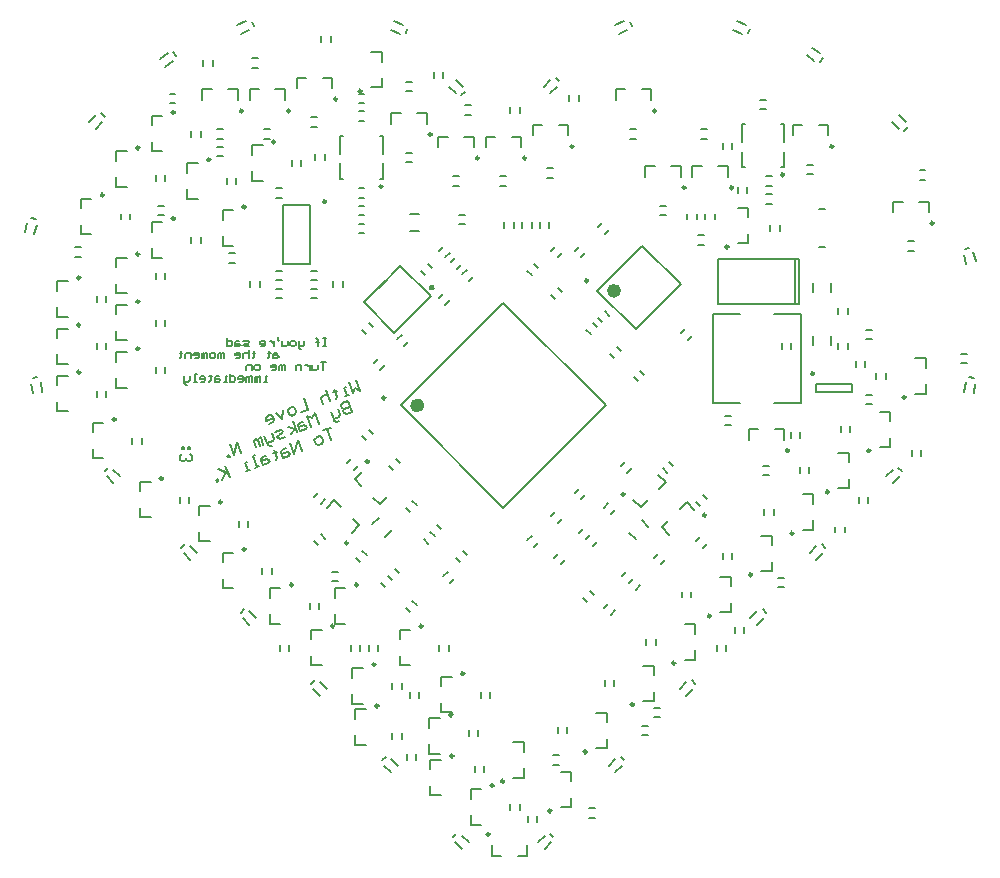
<source format=gbo>
G04 Layer_Color=32896*
%FSLAX44Y44*%
%MOMM*%
G71*
G01*
G75*
%ADD15C,0.2000*%
%ADD29C,0.1500*%
%ADD70C,0.6000*%
%ADD117C,0.3500*%
%ADD118C,0.2500*%
D15*
X1801756Y1410366D02*
X1800366Y1418245D01*
X1809634Y1411755D02*
X1808245Y1419634D01*
X1805493Y1423718D02*
X1801554Y1423024D01*
X1822350Y1425170D02*
X1831350D01*
X1822350D02*
Y1417170D01*
Y1403170D02*
Y1395170D01*
X1831350D01*
X1852350Y1363170D02*
Y1355170D01*
X1861350D01*
X1862575Y1344596D02*
X1865404Y1347425D01*
X1870000Y1345657D02*
X1875657Y1340000D01*
X1870000Y1334343D02*
X1864343Y1340000D01*
X1892350Y1335170D02*
X1901350D01*
X1926000Y1322500D02*
Y1317500D01*
X1934000D02*
Y1322500D01*
X1942350Y1315170D02*
X1951350D01*
X1957298Y1335280D02*
X1958864Y1335849D01*
X1958294Y1337415D01*
X1956729Y1336845D01*
X1957298Y1335280D01*
X1961995Y1336989D02*
X1964983Y1343396D01*
X1958576Y1346383D01*
X1967118Y1342400D01*
X1968258Y1339268D01*
X1964839Y1348663D01*
X1967101Y1356070D02*
X1968667Y1356640D01*
X1968097Y1358206D01*
X1966532Y1357636D01*
X1967101Y1356070D01*
X1971798Y1357780D02*
X1968379Y1367173D01*
X1974642Y1369453D02*
X1971798Y1357780D01*
X1978061Y1360059D02*
X1974642Y1369453D01*
X1988877Y1369315D02*
X1990586Y1364618D01*
X1993717Y1365757D02*
X1992008Y1370454D01*
X1993717Y1365757D01*
X1995726Y1356358D02*
X1994730Y1354223D01*
X1996440Y1349526D01*
X2001137Y1351235D01*
X2002132Y1353371D01*
X1999997Y1354367D01*
X1995300Y1352657D01*
X1995726Y1356358D02*
X1998857Y1357498D01*
X2005120Y1359777D02*
X2006685Y1360347D01*
X2008251Y1360917D01*
X2005120Y1359777D01*
X2006685Y1360347D02*
X2008395Y1355650D01*
X2007399Y1353515D01*
X2006685Y1360347D02*
X2006116Y1361913D01*
X2004251Y1366045D02*
X2002686Y1365475D01*
X2000550Y1366471D01*
X1999980Y1368037D01*
X1997701Y1374299D01*
X2003963Y1376579D02*
X2005673Y1371882D01*
X2004677Y1369746D01*
X1999980Y1368037D01*
X2008804Y1373022D02*
X2009800Y1375157D01*
X2012931Y1376297D01*
X2013927Y1378432D01*
X2011792Y1379428D01*
X2007095Y1377719D01*
X2008804Y1373022D02*
X2010940Y1372026D01*
X2015637Y1373735D01*
X2020334Y1375445D02*
X2023891Y1380286D01*
X2018054Y1381707D01*
X2021611Y1386548D02*
X2025031Y1377155D01*
X2028162Y1378294D02*
X2032859Y1380004D01*
X2033855Y1382139D01*
X2031719Y1383135D01*
X2027022Y1381425D01*
X2026452Y1382991D02*
X2028162Y1378294D01*
X2026452Y1382991D02*
X2027448Y1385127D01*
X2030579Y1386266D01*
X2034137Y1391107D02*
X2037556Y1381713D01*
X2038408Y1389116D02*
X2034137Y1391107D01*
X2034912Y1396544D02*
X2028649Y1394265D01*
X2024948Y1394691D02*
X2023952Y1392555D01*
X2020821Y1391416D01*
X2018685Y1392411D01*
X2017546Y1395543D01*
X2018542Y1397678D01*
X2021673Y1398818D01*
X2023808Y1397822D01*
X2024948Y1394691D01*
X2034912Y1396544D02*
X2031493Y1405938D01*
X2045728Y1405800D02*
X2047437Y1401103D01*
X2045728Y1405800D02*
X2046723Y1407935D01*
X2049855Y1409075D01*
X2051990Y1408079D01*
X2053700Y1403382D01*
X2050280Y1412776D01*
X2056117Y1411355D02*
X2057683Y1411924D01*
X2059249Y1412494D01*
X2056117Y1411355D01*
X2057683Y1411924D02*
X2059392Y1407227D01*
X2058397Y1405092D01*
X2057683Y1411924D02*
X2057113Y1413490D01*
X2065511Y1414774D02*
X2067077Y1415343D01*
X2065511Y1414774D02*
X2067791Y1408511D01*
X2066225Y1407941D01*
X2069356Y1409081D01*
X2072487Y1410221D02*
X2069068Y1419615D01*
X2075331Y1421894D02*
X2078750Y1412500D01*
X2074479Y1414492D01*
X2072487Y1410221D01*
X2068581Y1403644D02*
X2072000Y1394250D01*
X2067303Y1392540D01*
X2065168Y1393536D01*
X2064598Y1395102D01*
X2065594Y1397237D01*
X2070291Y1398947D01*
X2065594Y1397237D01*
X2063458Y1398233D01*
X2062888Y1399799D01*
X2063884Y1401934D01*
X2068581Y1403644D01*
X2060327Y1397093D02*
X2062036Y1392397D01*
X2061040Y1390261D01*
X2056344Y1388551D01*
X2056913Y1386986D01*
X2059049Y1385990D01*
X2060614Y1386560D01*
X2056344Y1388551D02*
X2054064Y1394814D01*
X2054081Y1381144D02*
X2047818Y1378864D01*
X2050950Y1380004D01*
X2054369Y1370610D01*
X2080404Y1373939D02*
X2083939Y1370404D01*
X2089596Y1376061D02*
X2086061Y1379596D01*
X2077170Y1348792D02*
X2073634Y1345257D01*
X2074115Y1337493D02*
X2080479Y1343857D01*
X2074115Y1337493D02*
X2079772Y1331836D01*
X2089671Y1321936D02*
X2095328Y1316279D01*
X2101692Y1322643D01*
X2056890Y1319787D02*
X2062547Y1314130D01*
X2050526Y1313423D02*
X2056890Y1319787D01*
X2067978Y1350914D02*
X2071513Y1354449D01*
X2072446Y1304230D02*
X2078103Y1298573D01*
X2071739Y1292210D01*
X2080706Y1276667D02*
X2084241Y1273132D01*
X2075048Y1271010D02*
X2078584Y1267475D01*
X2099797Y1288688D02*
X2105454Y1294345D01*
X2121010Y1309901D02*
X2117475Y1313437D01*
X2144060Y1298596D02*
X2147596Y1295061D01*
X2141940Y1289404D02*
X2138404Y1292939D01*
X2133107Y1286642D02*
X2136642Y1283107D01*
X2108358Y1261893D02*
X2111893Y1258358D01*
X2105596Y1252061D02*
X2102061Y1255596D01*
X2099939Y1246404D02*
X2096404Y1249939D01*
X2066350Y1245170D02*
X2057350D01*
Y1237170D01*
Y1223170D02*
Y1215170D01*
X2066350D01*
X2060000Y1251000D02*
X2055000D01*
Y1259000D02*
X2060000D01*
X2071000Y1197500D02*
Y1192500D01*
X2079000D02*
Y1197500D01*
X2086000Y1197500D02*
Y1192500D01*
X2094000D02*
Y1197500D01*
X2081350Y1177670D02*
X2072350D01*
Y1169670D01*
X2050657Y1160000D02*
X2045000Y1165657D01*
X2040404Y1167425D02*
X2037575Y1164596D01*
X2039343Y1160000D02*
X2045000Y1154343D01*
X2097575Y1099596D02*
X2100404Y1102424D01*
X2099343Y1095000D02*
X2105000Y1089343D01*
Y1100657D02*
X2110657Y1095000D01*
X2118500Y1100000D02*
Y1105000D01*
X2126500D02*
Y1100000D01*
X2138280Y1100170D02*
X2147280D01*
X2138280D02*
Y1092170D01*
Y1078170D02*
Y1070170D01*
X2147280D01*
X2160404Y1037424D02*
X2157576Y1034596D01*
X2159343Y1030000D02*
X2165000Y1024343D01*
Y1035657D02*
X2170657Y1030000D01*
X2172350Y1045170D02*
X2181350D01*
X2172350D02*
Y1053170D01*
Y1067170D02*
Y1075170D01*
X2181350D01*
X2184000Y1090000D02*
Y1095000D01*
X2176000D02*
Y1090000D01*
X2206000Y1062500D02*
Y1057500D01*
X2190160Y1027650D02*
Y1018650D01*
X2198160D01*
X2212160D02*
X2220160D01*
Y1027650D01*
X2229343Y1030000D02*
X2235000Y1035657D01*
X2239596Y1037424D02*
X2242425Y1034596D01*
X2240657Y1030000D02*
X2235000Y1024343D01*
X2229000Y1047500D02*
Y1052500D01*
X2221000D02*
Y1047500D01*
X2272500Y1051000D02*
X2277500D01*
Y1059000D02*
X2272500D01*
X2295000Y1089343D02*
X2300657Y1095000D01*
X2302425Y1099596D02*
X2299596Y1102424D01*
X2295000Y1100657D02*
X2289343Y1095000D01*
X2317500Y1121000D02*
X2322500D01*
Y1129000D02*
X2317500D01*
X2327500Y1136000D02*
X2332500D01*
Y1144000D02*
X2327500D01*
X2327650Y1149830D02*
Y1157830D01*
Y1171830D02*
Y1179830D01*
X2318650D01*
X2321000Y1197500D02*
Y1202500D01*
X2329000D02*
Y1197500D01*
X2353650Y1184830D02*
X2362650D01*
Y1192830D01*
Y1206830D02*
Y1214830D01*
X2353650D01*
X2351000Y1237500D02*
Y1242500D01*
X2359000D02*
Y1237500D01*
X2315809Y1247726D02*
X2312274Y1244191D01*
X2306617Y1249848D02*
X2310152Y1253383D01*
X2304142Y1259393D02*
X2300607Y1255858D01*
X2294596Y1226513D02*
X2291061Y1222978D01*
X2285404Y1228634D02*
X2288939Y1232170D01*
X2271262Y1233584D02*
X2267726Y1237120D01*
X2273383Y1242776D02*
X2276918Y1239241D01*
X2286000Y1167500D02*
Y1162500D01*
X2294000D02*
Y1167500D01*
X2287650Y1139830D02*
X2278650D01*
X2287650D02*
Y1131830D01*
Y1117830D02*
Y1109830D01*
X2278650D01*
X2318650Y1149830D02*
X2327650D01*
X2355000Y1154343D02*
X2360657Y1160000D01*
X2362424Y1164596D02*
X2359596Y1167425D01*
X2355000Y1165657D02*
X2349343Y1160000D01*
X2381000Y1192500D02*
Y1197500D01*
X2389000D02*
Y1192500D01*
X2396000Y1207500D02*
Y1212500D01*
X2404000D02*
Y1207500D01*
X2420657Y1220000D02*
X2415000Y1214343D01*
X2409343Y1220000D02*
X2415000Y1225657D01*
X2392650Y1224830D02*
Y1232830D01*
Y1224830D02*
X2383650D01*
Y1254830D02*
X2392650D01*
Y1246830D01*
X2418650Y1259830D02*
X2427650D01*
Y1267830D01*
Y1281830D02*
Y1289830D01*
X2418650D01*
X2421000Y1307500D02*
Y1312500D01*
X2429000D02*
Y1307500D01*
X2453650Y1294830D02*
X2462650D01*
Y1302830D01*
X2465000Y1280657D02*
X2459343Y1275000D01*
X2465000Y1269343D02*
X2470657Y1275000D01*
X2469596Y1282425D02*
X2472425Y1279596D01*
X2481000Y1292500D02*
Y1297500D01*
X2489000D02*
Y1292500D01*
X2524343Y1340000D02*
X2530000Y1345657D01*
X2534596Y1347425D02*
X2537424Y1344596D01*
X2535657Y1340000D02*
X2530000Y1334343D01*
X2527650Y1364830D02*
Y1372830D01*
Y1386830D02*
Y1394830D01*
X2518650D01*
X2512500Y1401000D02*
X2507500D01*
Y1409000D02*
X2512500D01*
X2495500Y1411500D02*
Y1418500D01*
X2464500D01*
Y1411500D01*
X2495500D01*
X2494000Y1382500D02*
Y1377500D01*
X2486000D02*
Y1382500D01*
X2483650Y1359830D02*
X2492650D01*
Y1351830D01*
Y1337830D02*
Y1329830D01*
X2483650D01*
X2501000Y1322500D02*
Y1317500D01*
X2509000D02*
Y1322500D01*
X2518650Y1364830D02*
X2527650D01*
X2546000Y1362500D02*
Y1357500D01*
X2554000D02*
Y1362500D01*
X2590366Y1411755D02*
X2591755Y1419634D01*
X2594507Y1423718D02*
X2598445Y1423024D01*
X2592500Y1436000D02*
X2587500D01*
Y1444000D02*
X2592500D01*
X2599633Y1418245D02*
X2598245Y1410366D01*
X2557650Y1431830D02*
Y1439830D01*
X2548650D01*
X2524000Y1427500D02*
Y1422500D01*
X2548650Y1409830D02*
X2557650D01*
Y1417830D01*
X2516000Y1422500D02*
Y1427500D01*
X2506500Y1432500D02*
Y1437500D01*
X2498500D02*
Y1432500D01*
X2491500Y1447500D02*
Y1452500D01*
X2483500D02*
Y1447500D01*
X2477500Y1451000D02*
Y1459000D01*
X2507500Y1456000D02*
X2512500D01*
Y1464000D02*
X2507500D01*
X2491500Y1477500D02*
Y1482500D01*
X2483500D02*
Y1477500D01*
X2477500Y1496000D02*
Y1504000D01*
X2542500Y1531000D02*
X2547500D01*
Y1539000D02*
X2542500D01*
X2530170Y1563650D02*
Y1572650D01*
X2538170D01*
X2552170D02*
X2560170D01*
Y1563650D01*
X2592172Y1520101D02*
X2590101Y1527828D01*
X2590868Y1532693D02*
X2594732Y1533728D01*
X2597829Y1529899D02*
X2599899Y1522172D01*
X2557500Y1591000D02*
X2552500D01*
Y1599000D02*
X2557500D01*
X2539596Y1632575D02*
X2542425Y1635404D01*
X2540657Y1640000D02*
X2535000Y1645657D01*
X2535000Y1634343D02*
X2529343Y1640000D01*
X2475170Y1637650D02*
Y1628650D01*
X2472250Y1566000D02*
X2467750D01*
Y1534000D02*
X2472250D01*
X2462500Y1596000D02*
X2457500D01*
Y1604000D02*
X2462500D01*
X2438000Y1602000D02*
Y1615000D01*
Y1623000D02*
Y1638000D01*
X2435250D01*
X2445170Y1637650D02*
X2453170D01*
X2445170D02*
Y1628650D01*
X2438000Y1602000D02*
X2435250D01*
X2427500Y1594000D02*
X2422500D01*
Y1586000D02*
X2427500D01*
Y1579000D02*
X2422500D01*
Y1571000D02*
X2427500D01*
X2426000Y1552500D02*
Y1547500D01*
X2434000D02*
Y1552500D01*
X2446750Y1524050D02*
Y1485950D01*
X2450560Y1486000D02*
Y1524000D01*
X2382000D01*
Y1501250D01*
Y1486000D01*
X2450560D01*
X2452500Y1477500D02*
Y1402500D01*
X2429500D01*
X2429670Y1380150D02*
X2437670D01*
Y1371150D01*
X2443500Y1372500D02*
Y1377500D01*
X2451500D02*
Y1372500D01*
X2451000Y1347500D02*
Y1342500D01*
X2459000D02*
Y1347500D01*
X2462650Y1324830D02*
X2453650D01*
X2462650D02*
Y1316830D01*
X2425000Y1341000D02*
X2420000D01*
Y1349000D02*
X2425000D01*
X2407670Y1371150D02*
Y1380150D01*
X2415670D01*
X2392500Y1383500D02*
X2387500D01*
Y1391500D02*
X2392500D01*
X2400500Y1402500D02*
X2377500D01*
Y1477500D01*
X2400500D01*
X2436000Y1452500D02*
Y1447500D01*
X2444000D02*
Y1452500D01*
X2462500Y1451000D02*
Y1459000D01*
X2452500Y1477500D02*
X2429500D01*
X2462500Y1496000D02*
Y1504000D01*
X2407650Y1537330D02*
Y1545330D01*
Y1537330D02*
X2398650D01*
X2370000Y1536000D02*
X2365000D01*
Y1544000D02*
X2370000D01*
X2371000Y1557500D02*
Y1562500D01*
X2379000D02*
Y1557500D01*
X2398650Y1567330D02*
X2407650D01*
Y1559330D01*
X2406500Y1580000D02*
Y1585000D01*
X2398500D02*
Y1580000D01*
X2390170Y1593650D02*
Y1602650D01*
X2382170D01*
X2368170D02*
X2360170D01*
Y1593650D01*
X2350170D02*
Y1602650D01*
X2342170D01*
X2328170D02*
X2320170D01*
Y1593650D01*
X2332500Y1569000D02*
X2337500D01*
Y1561000D02*
X2332500D01*
X2356000Y1562500D02*
Y1557500D01*
X2364000D02*
Y1562500D01*
X2317828Y1535355D02*
X2350356Y1502829D01*
X2312172Y1464645D01*
X2279644Y1497171D01*
X2317828Y1535355D01*
X2367500Y1626000D02*
X2372500D01*
X2386000Y1622500D02*
Y1617500D01*
X2394000D02*
Y1622500D01*
X2402000Y1623000D02*
Y1638000D01*
X2404750D01*
X2417500Y1651000D02*
X2422500D01*
Y1659000D02*
X2417500D01*
X2372500Y1634000D02*
X2367500D01*
X2402000Y1615000D02*
Y1602000D01*
X2404750D01*
X2467170Y1637650D02*
X2475170D01*
X2468315Y1690986D02*
X2470610Y1694263D01*
X2468071Y1698482D02*
X2461518Y1703071D01*
X2456929Y1696518D02*
X2463482Y1691929D01*
X2407303Y1715213D02*
X2408671Y1718972D01*
X2405127Y1722391D02*
X2397609Y1725127D01*
X2394873Y1717610D02*
X2402391Y1714873D01*
X2325170Y1667650D02*
Y1658650D01*
Y1667650D02*
X2317170D01*
X2308672Y1721028D02*
X2307303Y1724787D01*
X2302391Y1725127D02*
X2294873Y1722391D01*
X2297609Y1714873D02*
X2305127Y1717610D01*
X2303170Y1667650D02*
X2295170D01*
Y1658650D01*
X2264000Y1657500D02*
Y1662500D01*
X2307500Y1634000D02*
X2312500D01*
Y1626000D02*
X2307500D01*
X2283940Y1554596D02*
X2280404Y1551061D01*
X2286060Y1545404D02*
X2289596Y1548939D01*
X2263940Y1534596D02*
X2260404Y1531061D01*
X2249596Y1528939D02*
X2246060Y1525404D01*
X2240404Y1531061D02*
X2243939Y1534596D01*
X2239000Y1550000D02*
Y1555000D01*
X2231000D02*
Y1550000D01*
X2224000D02*
Y1555000D01*
X2216000D02*
Y1550000D01*
X2209000D02*
Y1555000D01*
X2226061Y1519596D02*
X2229596Y1516060D01*
X2220404Y1513940D02*
X2223939Y1510404D01*
X2246060Y1499596D02*
X2249596Y1496060D01*
X2240404Y1493940D02*
X2243939Y1490404D01*
X2276060Y1469596D02*
X2279596Y1466061D01*
X2283940Y1470404D02*
X2280404Y1473939D01*
X2286060Y1479596D02*
X2289596Y1476061D01*
X2273940Y1460404D02*
X2270404Y1463939D01*
X2296060Y1449596D02*
X2299596Y1446061D01*
X2293940Y1440404D02*
X2290404Y1443939D01*
X2310404Y1423939D02*
X2313940Y1420404D01*
X2319596Y1426061D02*
X2316061Y1429596D01*
X2356061Y1455404D02*
X2359596Y1458939D01*
X2353939Y1464596D02*
X2350404Y1461061D01*
X2286974Y1400000D02*
X2200000Y1486974D01*
X2113026Y1400000D01*
X2200000Y1313026D01*
X2286974Y1400000D01*
X2299546Y1348843D02*
X2303082Y1352378D01*
X2308738Y1346721D02*
X2305203Y1343185D01*
X2310139Y1320332D02*
X2316502Y1313968D01*
X2322159Y1319625D01*
X2332059Y1329524D02*
X2337715Y1335181D01*
X2331352Y1341545D01*
X2334901Y1346721D02*
X2338437Y1343185D01*
X2340558Y1352378D02*
X2344094Y1348843D01*
X2355421Y1317956D02*
X2361785Y1311592D01*
X2349765Y1312299D02*
X2355421Y1317956D01*
X2363185Y1318437D02*
X2366721Y1314901D01*
X2372378Y1320558D02*
X2368843Y1324094D01*
X2366721Y1288738D02*
X2363185Y1285203D01*
X2340572Y1290379D02*
X2334208Y1296743D01*
X2339865Y1302400D01*
X2322880Y1297224D02*
X2317224Y1302880D01*
X2327830Y1271061D02*
X2331366Y1274596D01*
X2333487Y1265404D02*
X2337023Y1268939D01*
X2368843Y1279546D02*
X2372378Y1283082D01*
X2386000Y1275000D02*
Y1270000D01*
X2394000D02*
Y1275000D01*
X2432500Y1254000D02*
X2437500D01*
Y1246000D02*
X2432500D01*
X2419596Y1227424D02*
X2422424Y1224596D01*
X2288939Y1317023D02*
X2285404Y1313487D01*
X2291061Y1307830D02*
X2294596Y1311366D01*
X2306617Y1292274D02*
X2312274Y1286617D01*
X2279393Y1284142D02*
X2275858Y1280607D01*
X2269848Y1286617D02*
X2273383Y1290152D01*
X2264191Y1292274D02*
X2267726Y1295809D01*
X2266060Y1320404D02*
X2269596Y1323939D01*
X2263940Y1329596D02*
X2260404Y1326061D01*
X2249596Y1303940D02*
X2246060Y1300404D01*
X2240404Y1306061D02*
X2243939Y1309596D01*
X2246513Y1274596D02*
X2242977Y1271061D01*
X2248634Y1265404D02*
X2252170Y1268939D01*
X2226061Y1280404D02*
X2229596Y1283940D01*
X2220404Y1286060D02*
X2223939Y1289596D01*
X2165558Y1276667D02*
X2169093Y1273132D01*
X2159901Y1271010D02*
X2163437Y1267475D01*
X2158487Y1253333D02*
X2154952Y1249797D01*
X2149295Y1255454D02*
X2152830Y1258990D01*
X2123132Y1234241D02*
X2126667Y1230705D01*
X2117475Y1228584D02*
X2121010Y1225049D01*
X2121350Y1210170D02*
X2112350D01*
Y1202170D01*
Y1188170D02*
Y1180170D01*
X2121350D01*
X2114000Y1165000D02*
Y1160000D01*
X2106000D02*
Y1165000D01*
X2121000Y1157500D02*
Y1152500D01*
X2129000D02*
Y1157500D01*
X2147350Y1162170D02*
Y1170170D01*
X2156350D01*
X2181000Y1157500D02*
Y1152500D01*
X2189000D02*
Y1157500D01*
X2179000Y1125000D02*
Y1120000D01*
X2171000D02*
Y1125000D01*
X2156350Y1140170D02*
X2147350D01*
Y1148170D01*
X2146350Y1135170D02*
X2137350D01*
Y1127170D01*
Y1113170D02*
Y1105170D01*
X2146350D01*
X2114000Y1117500D02*
Y1122500D01*
X2106000D02*
Y1117500D01*
X2146000Y1192500D02*
Y1197500D01*
X2154000D02*
Y1192500D01*
X2081350Y1147670D02*
X2072350D01*
Y1155670D01*
X2074850Y1142670D02*
X2083850D01*
X2074850D02*
Y1134670D01*
Y1120670D02*
Y1112670D01*
X2083850D01*
X2046350Y1180170D02*
X2037350D01*
Y1188170D01*
Y1202170D02*
Y1210170D01*
X2046350D01*
X2044000Y1227500D02*
Y1232500D01*
X2036000D02*
Y1227500D01*
X2011350Y1215170D02*
X2002350D01*
Y1223170D01*
Y1237170D02*
Y1245170D01*
X2011350D01*
X2004000Y1257500D02*
Y1262500D01*
X2039693Y1285153D02*
X2043229Y1281617D01*
X2048885Y1287274D02*
X2045350Y1290810D01*
X2089191Y1299295D02*
X2094847Y1304951D01*
X2123132Y1319094D02*
X2126667Y1315558D01*
X2106868Y1345257D02*
X2103333Y1348792D01*
X2108989Y1354449D02*
X2112525Y1350914D01*
X2116061Y1450404D02*
X2119596Y1453939D01*
X2110404Y1456061D02*
X2113939Y1459596D01*
X2107719Y1461748D02*
X2138432Y1492461D01*
X2112976Y1517917D01*
X2094657Y1499598D01*
X2101021Y1505962D02*
X2082263Y1487204D01*
X2107719Y1461748D01*
X2161060Y1515404D02*
X2164596Y1518939D01*
X2165404Y1511061D02*
X2168940Y1514596D01*
X2171060Y1505404D02*
X2174596Y1508939D01*
X2155404Y1521061D02*
X2158940Y1524596D01*
X2162500Y1553500D02*
X2167500D01*
Y1561500D02*
X2162500D01*
X2201000Y1555000D02*
Y1550000D01*
X2237175Y1592849D02*
X2242175D01*
Y1600849D02*
X2237175D01*
X2225170Y1628650D02*
Y1637650D01*
X2233170D01*
X2247170D02*
X2255170D01*
Y1628650D01*
X2215170Y1627650D02*
Y1618650D01*
Y1627650D02*
X2207170D01*
X2193170D02*
X2185170D01*
Y1618650D01*
X2175170D02*
Y1627650D01*
X2167170D01*
X2162500Y1594000D02*
X2157500D01*
Y1586000D02*
X2162500D01*
X2197500D02*
X2202500D01*
Y1594000D02*
X2197500D01*
X2214000Y1647500D02*
Y1652500D01*
X2234343Y1670000D02*
X2240000Y1675657D01*
X2244596Y1677425D02*
X2247424Y1674596D01*
X2245657Y1670000D02*
X2240000Y1664343D01*
X2256000Y1662500D02*
Y1657500D01*
X2206000Y1652500D02*
Y1647500D01*
X2172500Y1646000D02*
X2167500D01*
Y1654000D02*
X2172500D01*
X2167425Y1665404D02*
X2164596Y1662575D01*
X2160000Y1664343D02*
X2154343Y1670000D01*
X2149000Y1677500D02*
Y1682500D01*
X2141000D02*
Y1677500D01*
X2122500Y1674000D02*
X2117500D01*
Y1666000D02*
X2122500D01*
X2127170Y1647650D02*
X2135170D01*
Y1638650D01*
X2105170D02*
Y1647650D01*
X2113170D01*
X2117500Y1614000D02*
X2122500D01*
Y1606000D02*
X2117500D01*
X2145170Y1618650D02*
Y1627650D01*
X2153170D01*
X2129000Y1562500D02*
X2121000D01*
Y1547500D02*
X2129000D01*
X2145404Y1531061D02*
X2148940Y1534596D01*
X2151060Y1525404D02*
X2154596Y1528939D01*
X2136061Y1519596D02*
X2139596Y1516060D01*
X2133939Y1510404D02*
X2130404Y1513940D01*
X2145404Y1491061D02*
X2148940Y1494596D01*
X2151060Y1485404D02*
X2154596Y1488939D01*
X2082500Y1546000D02*
X2077500D01*
Y1554000D02*
X2082500D01*
Y1561000D02*
X2077500D01*
Y1569000D02*
X2082500D01*
Y1576000D02*
X2077500D01*
X2064000Y1505000D02*
Y1500000D01*
X2056000D02*
Y1505000D01*
X2080404Y1463939D02*
X2083939Y1460404D01*
X2089596Y1466061D02*
X2086061Y1469596D01*
X2090404Y1436061D02*
X2093939Y1439596D01*
X2099596Y1433939D02*
X2096061Y1430404D01*
X2042500Y1491000D02*
X2037500D01*
Y1499000D02*
X2042500D01*
Y1506000D02*
X2037500D01*
Y1514000D02*
X2042500D01*
X2036430Y1520000D02*
Y1570000D01*
X2013570D01*
Y1520000D01*
X2036430D01*
X2012500Y1514000D02*
X2007500D01*
Y1506000D02*
X2012500D01*
Y1499000D02*
X2007500D01*
Y1491000D02*
X2012500D01*
Y1576000D02*
X2007500D01*
X2062000Y1592000D02*
Y1605000D01*
Y1613000D02*
Y1628000D01*
X2064750D01*
X2095250D02*
X2098000D01*
Y1613000D01*
Y1605000D02*
Y1592000D01*
X2095250D01*
X2082500Y1584000D02*
X2077500D01*
X2064750Y1592000D02*
X2062000D01*
X2077500Y1641000D02*
X2082500D01*
Y1649000D02*
X2077500D01*
Y1656000D02*
X2082500D01*
Y1664000D02*
X2077500D01*
X2088050Y1669230D02*
X2097050D01*
Y1677230D01*
X2055170Y1677650D02*
Y1668650D01*
Y1677650D02*
X2047170D01*
X2033170D02*
X2025170D01*
Y1668650D01*
X2015170Y1667650D02*
Y1658650D01*
Y1667650D02*
X2007170D01*
X2002500Y1634000D02*
X1997500D01*
X1962500D02*
X1957500D01*
X1945170Y1658650D02*
Y1667650D01*
X1953170D01*
X1967170D02*
X1975170D01*
Y1658650D01*
X1985170D02*
Y1667650D01*
X1993170D01*
X1997500Y1626000D02*
X2002500D01*
X2021000Y1607500D02*
Y1602500D01*
X2029000D02*
Y1607500D01*
X2041000D02*
Y1612500D01*
X2049000D02*
Y1607500D01*
X2012500Y1584000D02*
X2007500D01*
X2037500Y1636000D02*
X2042500D01*
Y1644000D02*
X2037500D01*
X2054000Y1707500D02*
Y1712500D01*
X2088050Y1699230D02*
X2097050D01*
Y1691230D01*
X2104873Y1717610D02*
X2112390Y1714873D01*
X2117303Y1715213D02*
X2118671Y1718972D01*
X2115127Y1722391D02*
X2107609Y1725127D01*
X2160000Y1675657D02*
X2165657Y1670000D01*
X2266060Y1525404D02*
X2269596Y1528939D01*
X2046000Y1707500D02*
Y1712500D01*
X1988672Y1721028D02*
X1987304Y1724787D01*
X1982391Y1725127D02*
X1974873Y1722391D01*
X1977610Y1714873D02*
X1985127Y1717610D01*
X1987500Y1694000D02*
X1992500D01*
Y1686000D02*
X1987500D01*
X1954000Y1687500D02*
Y1692500D01*
X1946000D02*
Y1687500D01*
X1920571Y1691518D02*
X1914017Y1686929D01*
X1909429Y1693482D02*
X1915982Y1698071D01*
X1920816Y1699014D02*
X1923110Y1695737D01*
X1922500Y1664000D02*
X1917500D01*
Y1656000D02*
X1922500D01*
X1911350Y1645170D02*
X1902350D01*
Y1637170D01*
X1936000Y1632500D02*
Y1627500D01*
X1944000D02*
Y1632500D01*
X1941350Y1605170D02*
X1932350D01*
Y1597170D01*
Y1583170D02*
Y1575170D01*
X1941350D01*
X1912500Y1569000D02*
X1907500D01*
Y1561000D02*
X1912500D01*
X1911350Y1555170D02*
X1902350D01*
Y1547170D01*
Y1533170D02*
Y1525170D01*
X1911350D01*
X1936000Y1537500D02*
Y1542500D01*
X1944000D02*
Y1537500D01*
X1914000Y1512500D02*
Y1507500D01*
X1906000D02*
Y1512500D01*
Y1472500D02*
Y1467500D01*
X1914000D02*
Y1472500D01*
Y1432500D02*
Y1427500D01*
X1906000D02*
Y1432500D01*
X1894000Y1372500D02*
Y1367500D01*
X1927836Y1364500D02*
Y1362834D01*
X1929502D01*
Y1364500D01*
X1927836D01*
X1932834D02*
Y1362834D01*
X1934500D01*
Y1364500D01*
X1932834D01*
X1934584Y1359250D02*
X1936250Y1357584D01*
Y1354252D01*
X1934584Y1352585D01*
X1932918D01*
X1931252Y1354252D01*
Y1355918D01*
Y1354252D01*
X1929586Y1352585D01*
X1927919D01*
X1926253Y1354252D01*
Y1357584D01*
X1927919Y1359250D01*
X1942350Y1315170D02*
Y1307170D01*
Y1293170D02*
Y1285170D01*
X1951350D01*
X1962350Y1275170D02*
X1971350D01*
X1962350D02*
Y1267170D01*
X1996000Y1262500D02*
Y1257500D01*
X1971350Y1245170D02*
X1962350D01*
Y1253170D01*
X1977575Y1224596D02*
X1980404Y1227424D01*
X1985000Y1225657D02*
X1990657Y1220000D01*
X1979343D02*
X1985000Y1214343D01*
X2011000Y1197500D02*
Y1192500D01*
X2019000D02*
Y1197500D01*
X1984000Y1297500D02*
Y1302500D01*
X1976000D02*
Y1297500D01*
X2045350Y1316972D02*
X2048885Y1320508D01*
X2039693Y1322629D02*
X2043229Y1326165D01*
X2043409Y1366621D02*
X2041274Y1367617D01*
X2040134Y1370748D01*
X2041130Y1372884D01*
X2044261Y1374024D01*
X2046397Y1373028D01*
X2047536Y1369897D01*
X2046541Y1367761D01*
X2043409Y1366621D01*
X2029318Y1361493D02*
X2025899Y1370887D01*
X2023056Y1359213D01*
X2019637Y1368607D01*
X2012993Y1388566D02*
X2007582Y1393689D01*
X2005021Y1390984D02*
X2002885Y1391980D01*
X1999754Y1390840D01*
X1998758Y1388704D01*
X1999328Y1387139D01*
X2005591Y1389418D01*
X2006160Y1387852D02*
X2005021Y1390984D01*
X2006160Y1387852D02*
X2005164Y1385717D01*
X2002033Y1384577D01*
X2012993Y1388566D02*
X2013845Y1395969D01*
X2040399Y1393387D02*
X2038408Y1389116D01*
X2040399Y1393387D02*
X2043818Y1383993D01*
X2016079Y1363766D02*
X2012948Y1362627D01*
X2011952Y1360491D01*
X2013662Y1355794D01*
X2018359Y1357504D01*
X2019355Y1359639D01*
X2017219Y1360635D01*
X2012522Y1358925D01*
X1996849Y1366897D02*
X1994569Y1373160D01*
X1993004Y1372590D01*
X1992008Y1370454D01*
X1989872Y1371450D01*
X1988877Y1369315D01*
X1989889Y1357780D02*
X1988324Y1357210D01*
X1991743Y1347816D01*
X1990177Y1347247D01*
X1993308Y1348386D01*
X1985480Y1345537D02*
X1982349Y1344397D01*
X1983914Y1344967D01*
X1981635Y1351230D01*
X1983201Y1351799D01*
X1940657Y1275000D02*
X1935000Y1280657D01*
X1930404Y1282425D02*
X1927576Y1279596D01*
X1929343Y1275000D02*
X1935000Y1269343D01*
X1901350Y1305170D02*
X1892350D01*
Y1313170D01*
Y1327170D02*
Y1335170D01*
X1886000Y1367500D02*
Y1372500D01*
X1861350Y1385170D02*
X1852350D01*
Y1377170D01*
X1856000Y1407500D02*
Y1412500D01*
X1864000D02*
Y1407500D01*
X1872350Y1415170D02*
X1881350D01*
X1872350D02*
Y1423170D01*
Y1437170D02*
Y1445170D01*
X1881350D01*
Y1455170D02*
X1872350D01*
Y1463170D01*
X1864000Y1452500D02*
Y1447500D01*
X1856000D02*
Y1452500D01*
Y1487500D02*
Y1492500D01*
X1864000D02*
Y1487500D01*
X1872350Y1485170D02*
X1881350D01*
X1872350D02*
Y1477170D01*
Y1495170D02*
X1881350D01*
X1872350D02*
Y1503170D01*
Y1517170D02*
Y1525170D01*
X1881350D01*
X1884000Y1557500D02*
Y1562500D01*
X1876000D02*
Y1557500D01*
X1851350Y1545170D02*
X1842350D01*
Y1553170D01*
Y1567170D02*
Y1575170D01*
X1851350D01*
X1842500Y1534000D02*
X1837500D01*
Y1526000D02*
X1842500D01*
X1906000Y1590000D02*
Y1595000D01*
X1914000D02*
Y1590000D01*
X1911350Y1615170D02*
X1902350D01*
Y1623170D01*
X1962350Y1565170D02*
X1971350D01*
X1962350D02*
Y1557170D01*
Y1543170D02*
Y1535170D01*
X1971350D01*
X1972500Y1529000D02*
X1967500D01*
Y1521000D02*
X1972500D01*
X1986000Y1505000D02*
Y1500000D01*
X1994000D02*
Y1505000D01*
X1996350Y1590170D02*
X1987350D01*
Y1598170D01*
Y1612170D02*
Y1620170D01*
X1996350D01*
X1962500Y1619000D02*
X1957500D01*
Y1626000D02*
X1962500D01*
Y1611000D02*
X1957500D01*
X1966000Y1592500D02*
Y1587500D01*
X1974000D02*
Y1592500D01*
X1855000Y1634343D02*
X1860657Y1640000D01*
X1862424Y1644596D02*
X1859596Y1647425D01*
X1855000Y1645657D02*
X1849343Y1640000D01*
X1872350Y1615170D02*
X1881350D01*
X1872350D02*
Y1607170D01*
Y1593170D02*
Y1585170D01*
X1881350D01*
X1804132Y1557693D02*
X1800268Y1558728D01*
X1797171Y1554899D02*
X1795101Y1547171D01*
X1802829Y1545101D02*
X1804899Y1552829D01*
X1822350Y1505170D02*
X1831350D01*
X1822350D02*
Y1497170D01*
Y1483170D02*
Y1475170D01*
X1831350D01*
Y1465170D02*
X1822350D01*
Y1457170D01*
Y1443170D02*
Y1435170D01*
X1831350D01*
X2208650Y1084830D02*
X2217650D01*
Y1092830D01*
X2242500Y1096000D02*
X2247500D01*
X2248650Y1089830D02*
X2257650D01*
Y1081830D01*
Y1067830D02*
Y1059830D01*
X2248650D01*
X2214000Y1057500D02*
Y1062500D01*
X2217650Y1106830D02*
Y1114830D01*
X2208650D01*
X2242500Y1104000D02*
X2247500D01*
X2246000Y1122500D02*
Y1127500D01*
X2254000D02*
Y1122500D01*
D29*
X1930022Y1418834D02*
X1931189Y1417667D01*
X1932355D01*
X1930022Y1418834D02*
Y1420000D01*
Y1424665D01*
X1934688D02*
Y1421166D01*
X1933521Y1420000D01*
X1930022D01*
X1938186D02*
X1939353D01*
Y1426998D01*
X1940519D01*
X1944018Y1424665D02*
X1942852Y1423499D01*
Y1422333D01*
X1947517D01*
Y1421166D02*
Y1423499D01*
X1946351Y1424665D01*
X1944018D01*
Y1420000D02*
X1946351D01*
X1947517Y1421166D01*
X1952182D02*
X1951016Y1420000D01*
X1952182Y1421166D02*
Y1424665D01*
X1953348D01*
X1951016D01*
X1952182D01*
Y1425831D01*
X1956847Y1424665D02*
X1955681Y1423499D01*
Y1420000D01*
X1959180D01*
X1960346Y1421166D01*
X1959180Y1422333D01*
X1955681D01*
X1956847Y1424665D02*
X1959180D01*
X1965011D02*
X1966178D01*
X1965011D02*
Y1420000D01*
X1963845D01*
X1966178D01*
X1968510D02*
X1972009D01*
X1973175Y1421166D01*
Y1423499D01*
X1972009Y1424665D01*
X1968510D01*
Y1426998D02*
Y1420000D01*
X1976674D02*
X1979007D01*
X1980173Y1421166D01*
Y1423499D01*
X1979007Y1424665D01*
X1976674D01*
X1975508Y1423499D01*
Y1422333D01*
X1980173D01*
X1982506Y1423499D02*
Y1420000D01*
X1984838D02*
Y1423499D01*
Y1420000D01*
X1987171D02*
Y1424665D01*
X1986004D01*
X1984838Y1423499D01*
X1983672Y1424665D01*
X1982506Y1423499D01*
X1982355Y1430000D02*
Y1433499D01*
X1983521Y1434665D01*
X1987020D01*
Y1430000D01*
X1990519D02*
X1989353Y1431166D01*
Y1433499D01*
X1990519Y1434665D01*
X1992852D01*
X1994018Y1433499D01*
Y1431166D01*
X1992852Y1430000D01*
X1990519D01*
X1990670Y1424665D02*
X1989503Y1423499D01*
Y1420000D01*
X1991836D02*
Y1423499D01*
Y1420000D01*
X1994169D02*
Y1424665D01*
X1993002D01*
X1991836Y1423499D01*
X1990670Y1424665D01*
X1989007Y1441166D02*
X1987840Y1440000D01*
X1989007Y1441166D02*
Y1444665D01*
X1990173D01*
X1987840D01*
X1989007D01*
Y1445831D01*
X1984342Y1446998D02*
Y1440000D01*
Y1443499D01*
X1983175Y1444665D01*
X1980843D01*
X1979676Y1443499D01*
Y1440000D01*
X1976178D02*
X1977344Y1441166D01*
Y1443499D01*
X1976178Y1444665D01*
X1973845D01*
X1972679Y1443499D01*
Y1442333D01*
X1977344D01*
X1976178Y1440000D02*
X1973845D01*
X1963348D02*
Y1444665D01*
X1962182D01*
X1961016Y1443499D01*
Y1440000D01*
Y1443499D01*
X1959849Y1444665D01*
X1958683Y1443499D01*
Y1440000D01*
X1955184D02*
X1952852D01*
X1951685Y1441166D01*
Y1443499D01*
X1952852Y1444665D01*
X1955184D01*
X1956351Y1443499D01*
Y1441166D01*
X1955184Y1440000D01*
X1949353D02*
Y1444665D01*
X1948186D01*
X1947020Y1443499D01*
Y1440000D01*
Y1443499D01*
X1945854Y1444665D01*
X1944688Y1443499D01*
Y1440000D01*
X1941189D02*
X1942355Y1441166D01*
Y1443499D01*
X1941189Y1444665D01*
X1938856D01*
X1937690Y1443499D01*
Y1442333D01*
X1942355D01*
X1941189Y1440000D02*
X1938856D01*
X1935357D02*
Y1444665D01*
X1931858D01*
X1930692Y1443499D01*
Y1440000D01*
X1927193Y1441166D02*
X1926027Y1440000D01*
X1927193Y1441166D02*
Y1444665D01*
X1928360D01*
X1926027D01*
X1927193D01*
Y1445831D01*
X1938186Y1420000D02*
X1940519D01*
X1966027Y1450000D02*
X1969526D01*
X1970692Y1451166D01*
Y1453499D01*
X1969526Y1454665D01*
X1966027D01*
Y1456998D02*
Y1450000D01*
X1973025D02*
X1976524D01*
X1977690Y1451166D01*
X1976524Y1452333D01*
X1973025D01*
Y1453499D02*
Y1450000D01*
Y1453499D02*
X1974191Y1454665D01*
X1976524D01*
X1980022D02*
X1983521D01*
X1984688Y1453499D01*
X1983521Y1452333D01*
X1981189D01*
X1980022Y1451166D01*
X1981189Y1450000D01*
X1984688D01*
X1995184D02*
X1997517D01*
X1998683Y1451166D01*
Y1453499D01*
X1997517Y1454665D01*
X1995184D01*
X1994018Y1453499D01*
Y1452333D01*
X1998683D01*
X2002182Y1454665D02*
X2003348D01*
X2004515Y1453499D01*
X2005681Y1452333D01*
Y1450000D01*
Y1454665D01*
X2009180Y1455831D02*
X2010346Y1454665D01*
X2012679D02*
Y1450000D01*
X2016178D01*
X2017344Y1451166D01*
Y1454665D01*
X2019676Y1453499D02*
X2020843Y1454665D01*
X2023175D01*
X2024342Y1453499D01*
Y1451166D01*
X2023175Y1450000D01*
X2020843D01*
X2019676Y1451166D01*
Y1453499D01*
X2026674Y1454665D02*
Y1450000D01*
Y1448834D01*
X2027840Y1447667D01*
X2029007D01*
X2030173Y1450000D02*
X2026674D01*
X2030173D02*
X2031339Y1451166D01*
Y1454665D01*
X2041836Y1453499D02*
X2043002D01*
X2044169D01*
X2041836D01*
X2043002D02*
Y1455831D01*
Y1453499D01*
Y1455831D02*
X2041836Y1456998D01*
X2043002Y1455831D02*
Y1450000D01*
X2047667D02*
X2050000D01*
X2048834D01*
Y1456998D01*
X2047667D01*
X2050000D01*
Y1436998D02*
X2045335D01*
X2047667D01*
Y1430000D01*
X2043002Y1431166D02*
X2041836Y1430000D01*
X2038337D01*
Y1434665D01*
X2036004D02*
Y1430000D01*
Y1432333D01*
X2034838Y1433499D01*
X2033672Y1434665D01*
X2032506D01*
X2029007D02*
X2025508D01*
X2024342Y1433499D01*
Y1430000D01*
X2029007D02*
Y1434665D01*
X2043002D02*
Y1431166D01*
X2015011Y1430000D02*
Y1434665D01*
X2013845D01*
X2012679Y1433499D01*
Y1430000D01*
Y1433499D01*
X2011512Y1434665D01*
X2010346Y1433499D01*
Y1430000D01*
X2006847D02*
X2008013Y1431166D01*
Y1433499D01*
X2006847Y1434665D01*
X2004515D01*
X2003348Y1433499D01*
Y1432333D01*
X2008013D01*
X2006847Y1430000D02*
X2004515D01*
X2000000Y1424665D02*
X1998834D01*
Y1420000D01*
X1997667D01*
X2000000D01*
X2000670Y1440000D02*
X2001836Y1441166D01*
Y1444665D01*
X2003002D01*
X2000670D01*
X2001836D01*
Y1445831D01*
X2006501Y1444665D02*
X2005335Y1443499D01*
Y1440000D01*
X2008834D01*
X2010000Y1441166D01*
X2008834Y1442333D01*
X2005335D01*
X2006501Y1444665D02*
X2008834D01*
X2009180Y1455831D02*
Y1458164D01*
D70*
X2130168Y1400000D02*
G03*
X2130168Y1400000I-3000J0D01*
G01*
X2296787Y1497172D02*
G03*
X2296787Y1497172I-3000J0D01*
G01*
D117*
X2138815Y1498910D02*
G03*
X2138737Y1498980I629J777D01*
G01*
D118*
X1871850Y1388170D02*
G03*
X1871850Y1388170I-1250J0D01*
G01*
X1911850Y1338170D02*
G03*
X1911850Y1338170I-1250J0D01*
G01*
X1981850Y1278170D02*
G03*
X1981850Y1278170I-1250J0D01*
G01*
X2021850Y1248170D02*
G03*
X2021850Y1248170I-1250J0D01*
G01*
X2091850Y1180670D02*
G03*
X2091850Y1180670I-1250J0D01*
G01*
X2094350Y1145670D02*
G03*
X2094350Y1145670I-1250J0D01*
G01*
X2188410Y1036900D02*
G03*
X2188410Y1036900I-1250J0D01*
G01*
X2240650Y1056830D02*
G03*
X2240650Y1056830I-1250J0D01*
G01*
X2270650Y1106830D02*
G03*
X2270650Y1106830I-1250J0D01*
G01*
X2310650Y1146830D02*
G03*
X2310650Y1146830I-1250J0D01*
G01*
X2345650Y1181830D02*
G03*
X2345650Y1181830I-1250J0D01*
G01*
X2375650Y1221830D02*
G03*
X2375650Y1221830I-1250J0D01*
G01*
X2410650Y1256830D02*
G03*
X2410650Y1256830I-1250J0D01*
G01*
X2445650Y1291830D02*
G03*
X2445650Y1291830I-1250J0D01*
G01*
X2475650Y1326830D02*
G03*
X2475650Y1326830I-1250J0D01*
G01*
X2510650Y1361830D02*
G03*
X2510650Y1361830I-1250J0D01*
G01*
X2540650Y1406830D02*
G03*
X2540650Y1406830I-1250J0D01*
G01*
X2463000Y1427000D02*
G03*
X2463000Y1427000I-1250J0D01*
G01*
X2441920Y1361900D02*
G03*
X2441920Y1361900I-1250J0D01*
G01*
X2371698Y1307173D02*
G03*
X2371698Y1307173I-1250J0D01*
G01*
X2302726Y1324751D02*
G03*
X2302726Y1324751I-1250J0D01*
G01*
X2166850Y1173170D02*
G03*
X2166850Y1173170I-1250J0D01*
G01*
X2156850Y1138170D02*
G03*
X2156850Y1138170I-1250J0D01*
G01*
X2157780Y1103170D02*
G03*
X2157780Y1103170I-1250J0D01*
G01*
X2191850Y1078170D02*
G03*
X2191850Y1078170I-1250J0D01*
G01*
X2200650Y1081830D02*
G03*
X2200650Y1081830I-1250J0D01*
G01*
X2131850Y1213170D02*
G03*
X2131850Y1213170I-1250J0D01*
G01*
X2068570Y1283547D02*
G03*
X2068570Y1283547I-1250J0D01*
G01*
X2076850Y1248170D02*
G03*
X2076850Y1248170I-1250J0D01*
G01*
X2056850Y1213170D02*
G03*
X2056850Y1213170I-1250J0D01*
G01*
X2086149Y1352519D02*
G03*
X2086149Y1352519I-1250J0D01*
G01*
X2100134Y1406364D02*
G03*
X2100134Y1406364I-1250J0D01*
G01*
X1961850Y1318170D02*
G03*
X1961850Y1318170I-1250J0D01*
G01*
X1891850Y1448170D02*
G03*
X1891850Y1448170I-1250J0D01*
G01*
X1841850Y1468170D02*
G03*
X1841850Y1468170I-1250J0D01*
G01*
Y1428170D02*
G03*
X1841850Y1428170I-1250J0D01*
G01*
Y1508170D02*
G03*
X1841850Y1508170I-1250J0D01*
G01*
X1891850Y1488170D02*
G03*
X1891850Y1488170I-1250J0D01*
G01*
X1921850Y1558170D02*
G03*
X1921850Y1558170I-1250J0D01*
G01*
X1981850Y1568170D02*
G03*
X1981850Y1568170I-1250J0D01*
G01*
X2049750Y1572550D02*
G03*
X2049750Y1572550I-1250J0D01*
G01*
X2097750Y1585500D02*
G03*
X2097750Y1585500I-1250J0D01*
G01*
X2139420Y1629400D02*
G03*
X2139420Y1629400I-1250J0D01*
G01*
X2179420Y1609400D02*
G03*
X2179420Y1609400I-1250J0D01*
G01*
X2219420D02*
G03*
X2219420Y1609400I-1250J0D01*
G01*
X2259420Y1619400D02*
G03*
X2259420Y1619400I-1250J0D01*
G01*
X2271667Y1505621D02*
G03*
X2271667Y1505621I-1250J0D01*
G01*
X2390650Y1534330D02*
G03*
X2390650Y1534330I-1250J0D01*
G01*
X2437750Y1595500D02*
G03*
X2437750Y1595500I-1250J0D01*
G01*
X2479420Y1619400D02*
G03*
X2479420Y1619400I-1250J0D01*
G01*
X2564420Y1554400D02*
G03*
X2564420Y1554400I-1250J0D01*
G01*
X2394420Y1584400D02*
G03*
X2394420Y1584400I-1250J0D01*
G01*
X2329420Y1649400D02*
G03*
X2329420Y1649400I-1250J0D01*
G01*
X2354420Y1584400D02*
G03*
X2354420Y1584400I-1250J0D01*
G01*
X2080050Y1666230D02*
G03*
X2080050Y1666230I-1250J0D01*
G01*
X2059420Y1659400D02*
G03*
X2059420Y1659400I-1250J0D01*
G01*
X2019420Y1649400D02*
G03*
X2019420Y1649400I-1250J0D01*
G01*
X2006850Y1623170D02*
G03*
X2006850Y1623170I-1250J0D01*
G01*
X1979420Y1649400D02*
G03*
X1979420Y1649400I-1250J0D01*
G01*
X1951850Y1608170D02*
G03*
X1951850Y1608170I-1250J0D01*
G01*
X1921850Y1648170D02*
G03*
X1921850Y1648170I-1250J0D01*
G01*
X1891850Y1618170D02*
G03*
X1891850Y1618170I-1250J0D01*
G01*
X1861850Y1578170D02*
G03*
X1861850Y1578170I-1250J0D01*
G01*
X1891850Y1528170D02*
G03*
X1891850Y1528170I-1250J0D01*
G01*
M02*

</source>
